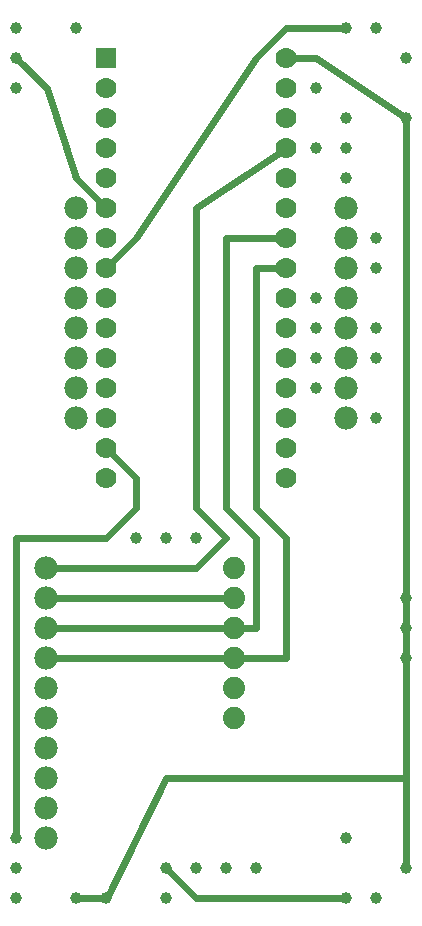
<source format=gbr>
G04*
G04 GERBER (RE)GENERATED BY FLATCAM v8.994 - www.flatcam.org - Version Date: 2020/11/7*
G04 Filename: cablabe drone_copperBottom.gbl_edit*
G04 Created on : Sunday, 23 May 2021 at 01:13*
G04*
G04 RS-274X GERBER GENERATED BY FLATCAM v8.994 - www.flatcam.org - Version Date: 2020/11/7*
G04 Filename: cablabe drone_copperBottom.gbl_edit*
G04 Created on : Sunday, 23 May 2021 at 01:12*
%FSLAX24Y24*%
%MOIN*%
%ADD10C,0.077999844*%
%ADD11C,0.03936992126*%
%ADD12C,0.06999986000000001*%
%ADD13C,0.074290851418*%
%ADD14R,0.06997186005600001X0.06999986000000001*%
%ADD15C,0.023999952*%

G70*
G90*
G01*
%LPD*%
D10*
X02900Y17080D03*
X02900Y18080D03*
X02900Y19080D03*
X02900Y20080D03*
X02900Y21080D03*
X02900Y22080D03*
X02900Y23080D03*
X02900Y24080D03*
X11900Y24080D03*
X11900Y23080D03*
X11900Y22080D03*
X11900Y21080D03*
X11900Y20080D03*
X11900Y19080D03*
X11900Y18080D03*
X11900Y17080D03*
X02900Y17080D03*
X02900Y18080D03*
X02900Y19080D03*
X02900Y20080D03*
X02900Y21080D03*
X02900Y22080D03*
X02900Y23080D03*
X02900Y24080D03*
X11900Y24080D03*
X11900Y23080D03*
X11900Y22080D03*
X11900Y21080D03*
X11900Y20080D03*
X11900Y19080D03*
X11900Y18080D03*
X11900Y17080D03*
X01900Y05080D03*
X01900Y06080D03*
X01900Y07080D03*
X01890Y08080D03*
X01900Y09080D03*
X01900Y10080D03*
X01900Y11080D03*
X01900Y12080D03*
X01900Y03080D03*
X01900Y04080D03*
D11*
X12900Y23080D03*
X12900Y19080D03*
X12900Y22080D03*
X12900Y17080D03*
X12900Y20080D03*
X02890Y30080D03*
X13900Y29080D03*
X10900Y28080D03*
X10900Y26080D03*
X11900Y25080D03*
X11900Y27080D03*
X11900Y26080D03*
X10900Y21080D03*
X10900Y20080D03*
X10900Y18080D03*
X10900Y19080D03*
X00890Y30080D03*
X00890Y28080D03*
X11900Y30080D03*
X12900Y30080D03*
X00890Y29080D03*
X13900Y27080D03*
X11900Y03080D03*
X08890Y02080D03*
X07890Y02080D03*
X06890Y02080D03*
X05890Y02080D03*
X00900Y01080D03*
X05890Y01080D03*
X03900Y01080D03*
X02890Y01080D03*
X00890Y03080D03*
X00890Y02080D03*
X13900Y02080D03*
X12900Y01080D03*
X11900Y01080D03*
X06890Y13080D03*
X04890Y13080D03*
X05890Y13080D03*
X13900Y11080D03*
X13900Y10080D03*
X13900Y09080D03*
D12*
X03900Y29080D03*
X03900Y28080D03*
X03900Y27080D03*
X03900Y26080D03*
X03900Y25080D03*
X03900Y24080D03*
X03900Y23080D03*
X03900Y22080D03*
X03900Y21080D03*
X03900Y20080D03*
X03900Y19080D03*
X03900Y18080D03*
X03900Y17080D03*
X03900Y16080D03*
X03900Y15080D03*
X09900Y29080D03*
X09900Y28080D03*
X09900Y27080D03*
X09900Y26080D03*
X09900Y25080D03*
X09900Y24080D03*
X09900Y23080D03*
X09900Y22080D03*
X09900Y21080D03*
X09900Y20080D03*
X09900Y19080D03*
X09900Y18080D03*
X09900Y17080D03*
X09900Y16080D03*
X09900Y15080D03*
D13*
X08150Y07070D03*
X08150Y08070D03*
X08150Y09080D03*
X08150Y10080D03*
X08150Y11080D03*
X08150Y12090D03*
D14*
X03890Y29080D03*
D15*
X08900Y10070D02*
X08470Y10080D01*
X07890Y14080D02*
X08890Y13080D01*
X08890Y13080D02*
X08900Y10070D01*
X07890Y23080D02*
X07890Y14080D01*
X09600Y23080D02*
X07890Y23080D01*
X06900Y09070D02*
X07840Y09080D01*
X05890Y09070D02*
X06900Y09070D01*
X02200Y09080D02*
X05890Y09070D01*
X09890Y13080D02*
X08890Y14080D01*
X08890Y14080D02*
X08890Y22080D01*
X08890Y22080D02*
X09600Y22080D01*
X09900Y09090D02*
X09890Y13080D01*
X08470Y09080D02*
X09900Y09090D01*
X06900Y11080D02*
X07840Y11080D01*
X05890Y11080D02*
X06900Y11080D01*
X02200Y11080D02*
X05890Y11080D01*
X10900Y29070D02*
X10190Y29080D01*
X13880Y27080D02*
X10900Y29070D01*
X13880Y05070D02*
X13890Y02070D01*
X13900Y06090D02*
X13890Y16090D01*
X13900Y02090D02*
X13900Y06090D01*
X13900Y02090D03*
X03910Y01080D02*
X05890Y05080D01*
X07900Y05080D02*
X13880Y05070D01*
X13890Y16090D02*
X13880Y27080D01*
X05890Y05080D02*
X07900Y05080D01*
X13890Y02070D02*
X13900Y02090D01*
X02890Y01080D02*
X03910Y01080D01*
X02850Y01060D02*
X02890Y01080D01*
X05890Y10080D02*
X02200Y10080D01*
X06900Y10080D02*
X05890Y10080D01*
X07840Y10080D02*
X06900Y10080D01*
X03900Y13090D02*
X04900Y14080D01*
X00900Y13090D02*
X03900Y13090D01*
X04900Y14080D02*
X04900Y15070D01*
X00900Y03270D02*
X00900Y13090D01*
X04900Y15070D02*
X04100Y15870D01*
X06900Y01070D02*
X11710Y01080D01*
X06030Y01950D02*
X06900Y01070D01*
X04890Y12070D02*
X02880Y12070D01*
X06900Y14080D02*
X07900Y13080D01*
X06900Y24070D02*
X06900Y14080D01*
X07900Y13080D02*
X06900Y12080D01*
X06900Y12080D02*
X04890Y12070D01*
X09650Y25920D02*
X06900Y24070D01*
X02880Y12070D02*
X02200Y12080D01*
X01910Y28070D02*
X02900Y25080D01*
X02900Y25080D02*
X03690Y24290D01*
X01030Y28950D02*
X01910Y28070D01*
X04900Y23080D02*
X08900Y29080D01*
X04100Y22290D02*
X04900Y23080D01*
X08900Y29080D02*
X09890Y30070D01*
X09890Y30070D02*
X11710Y30080D01*
M02*

</source>
